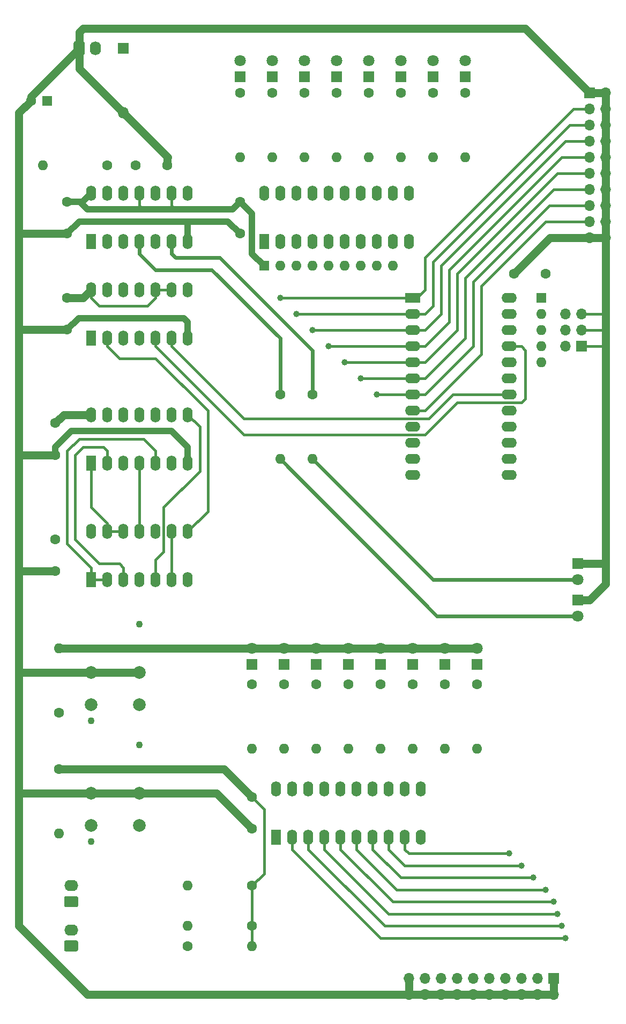
<source format=gbr>
G04 #@! TF.GenerationSoftware,KiCad,Pcbnew,(5.1.7)-1*
G04 #@! TF.CreationDate,2020-12-28T01:07:41+01:00*
G04 #@! TF.ProjectId,speichermodul,73706569-6368-4657-926d-6f64756c2e6b,rev?*
G04 #@! TF.SameCoordinates,Original*
G04 #@! TF.FileFunction,Copper,L2,Bot*
G04 #@! TF.FilePolarity,Positive*
%FSLAX46Y46*%
G04 Gerber Fmt 4.6, Leading zero omitted, Abs format (unit mm)*
G04 Created by KiCad (PCBNEW (5.1.7)-1) date 2020-12-28 01:07:41*
%MOMM*%
%LPD*%
G01*
G04 APERTURE LIST*
G04 #@! TA.AperFunction,ComponentPad*
%ADD10C,1.600000*%
G04 #@! TD*
G04 #@! TA.AperFunction,ComponentPad*
%ADD11R,1.600000X2.400000*%
G04 #@! TD*
G04 #@! TA.AperFunction,ComponentPad*
%ADD12O,1.600000X2.400000*%
G04 #@! TD*
G04 #@! TA.AperFunction,ComponentPad*
%ADD13O,1.800000X1.800000*%
G04 #@! TD*
G04 #@! TA.AperFunction,ComponentPad*
%ADD14R,1.800000X1.800000*%
G04 #@! TD*
G04 #@! TA.AperFunction,ComponentPad*
%ADD15R,1.600000X1.600000*%
G04 #@! TD*
G04 #@! TA.AperFunction,ComponentPad*
%ADD16O,1.600000X1.600000*%
G04 #@! TD*
G04 #@! TA.AperFunction,ComponentPad*
%ADD17O,1.700000X1.700000*%
G04 #@! TD*
G04 #@! TA.AperFunction,ComponentPad*
%ADD18R,1.700000X1.700000*%
G04 #@! TD*
G04 #@! TA.AperFunction,ComponentPad*
%ADD19R,2.400000X1.600000*%
G04 #@! TD*
G04 #@! TA.AperFunction,ComponentPad*
%ADD20O,2.400000X1.600000*%
G04 #@! TD*
G04 #@! TA.AperFunction,ComponentPad*
%ADD21C,1.800000*%
G04 #@! TD*
G04 #@! TA.AperFunction,ComponentPad*
%ADD22C,2.000000*%
G04 #@! TD*
G04 #@! TA.AperFunction,ComponentPad*
%ADD23C,1.100000*%
G04 #@! TD*
G04 #@! TA.AperFunction,ComponentPad*
%ADD24O,1.740000X2.190000*%
G04 #@! TD*
G04 #@! TA.AperFunction,ComponentPad*
%ADD25O,2.190000X1.740000*%
G04 #@! TD*
G04 #@! TA.AperFunction,ViaPad*
%ADD26C,1.000000*%
G04 #@! TD*
G04 #@! TA.AperFunction,Conductor*
%ADD27C,1.250000*%
G04 #@! TD*
G04 #@! TA.AperFunction,Conductor*
%ADD28C,0.400000*%
G04 #@! TD*
G04 #@! TA.AperFunction,Conductor*
%ADD29C,1.000000*%
G04 #@! TD*
G04 #@! TA.AperFunction,Conductor*
%ADD30C,0.600000*%
G04 #@! TD*
G04 APERTURE END LIST*
D10*
X61515000Y-52705000D03*
X56515000Y-52705000D03*
D11*
X78740000Y-158750000D03*
D12*
X101600000Y-151130000D03*
X81280000Y-158750000D03*
X99060000Y-151130000D03*
X83820000Y-158750000D03*
X96520000Y-151130000D03*
X86360000Y-158750000D03*
X93980000Y-151130000D03*
X88900000Y-158750000D03*
X91440000Y-151130000D03*
X91440000Y-158750000D03*
X88900000Y-151130000D03*
X93980000Y-158750000D03*
X86360000Y-151130000D03*
X96520000Y-158750000D03*
X83820000Y-151130000D03*
X99060000Y-158750000D03*
X81280000Y-151130000D03*
X101600000Y-158750000D03*
X78740000Y-151130000D03*
D13*
X54610000Y-44450000D03*
D14*
X54610000Y-34290000D03*
D10*
X40045000Y-42545000D03*
D15*
X42545000Y-42545000D03*
D16*
X120650000Y-83820000D03*
X120650000Y-81280000D03*
X120650000Y-78740000D03*
X120650000Y-76200000D03*
D15*
X120650000Y-73660000D03*
D17*
X124460000Y-76200000D03*
X127000000Y-76200000D03*
X124460000Y-78740000D03*
X127000000Y-78740000D03*
X124460000Y-81280000D03*
D18*
X127000000Y-81280000D03*
D17*
X99695000Y-183515000D03*
X99695000Y-180975000D03*
X102235000Y-183515000D03*
X102235000Y-180975000D03*
X104775000Y-183515000D03*
X104775000Y-180975000D03*
X107315000Y-183515000D03*
X107315000Y-180975000D03*
X109855000Y-183515000D03*
X109855000Y-180975000D03*
X112395000Y-183515000D03*
X112395000Y-180975000D03*
X114935000Y-183515000D03*
X114935000Y-180975000D03*
X117475000Y-183515000D03*
X117475000Y-180975000D03*
X120015000Y-183515000D03*
X120015000Y-180975000D03*
X122555000Y-183515000D03*
D18*
X122555000Y-180975000D03*
D17*
X130810000Y-64135000D03*
X128270000Y-64135000D03*
X130810000Y-61595000D03*
X128270000Y-61595000D03*
X130810000Y-59055000D03*
X128270000Y-59055000D03*
X130810000Y-56515000D03*
X128270000Y-56515000D03*
X130810000Y-53975000D03*
X128270000Y-53975000D03*
X130810000Y-51435000D03*
X128270000Y-51435000D03*
X130810000Y-48895000D03*
X128270000Y-48895000D03*
X130810000Y-46355000D03*
X128270000Y-46355000D03*
X130810000Y-43815000D03*
X128270000Y-43815000D03*
X130810000Y-41275000D03*
D18*
X128270000Y-41275000D03*
D19*
X100330000Y-73660000D03*
D20*
X115570000Y-101600000D03*
X100330000Y-76200000D03*
X115570000Y-99060000D03*
X100330000Y-78740000D03*
X115570000Y-96520000D03*
X100330000Y-81280000D03*
X115570000Y-93980000D03*
X100330000Y-83820000D03*
X115570000Y-91440000D03*
X100330000Y-86360000D03*
X115570000Y-88900000D03*
X100330000Y-88900000D03*
X115570000Y-86360000D03*
X100330000Y-91440000D03*
X115570000Y-83820000D03*
X100330000Y-93980000D03*
X115570000Y-81280000D03*
X100330000Y-96520000D03*
X115570000Y-78740000D03*
X100330000Y-99060000D03*
X115570000Y-76200000D03*
X100330000Y-101600000D03*
X115570000Y-73660000D03*
D12*
X76835000Y-57150000D03*
X99695000Y-64770000D03*
X79375000Y-57150000D03*
X97155000Y-64770000D03*
X81915000Y-57150000D03*
X94615000Y-64770000D03*
X84455000Y-57150000D03*
X92075000Y-64770000D03*
X86995000Y-57150000D03*
X89535000Y-64770000D03*
X89535000Y-57150000D03*
X86995000Y-64770000D03*
X92075000Y-57150000D03*
X84455000Y-64770000D03*
X94615000Y-57150000D03*
X81915000Y-64770000D03*
X97155000Y-57150000D03*
X79375000Y-64770000D03*
X99695000Y-57150000D03*
D11*
X76835000Y-64770000D03*
D10*
X74930000Y-152400000D03*
X74930000Y-157400000D03*
X116285000Y-69850000D03*
X121285000Y-69850000D03*
X45720000Y-63500000D03*
X45720000Y-58500000D03*
X73025000Y-63500000D03*
X73025000Y-58500000D03*
X43815000Y-98425000D03*
X43815000Y-93425000D03*
X43815000Y-116760000D03*
X43815000Y-111760000D03*
X45720000Y-78660000D03*
X45720000Y-73660000D03*
D21*
X73025000Y-36195000D03*
D14*
X73025000Y-38735000D03*
D21*
X78105000Y-36195000D03*
D14*
X78105000Y-38735000D03*
D21*
X83185000Y-36195000D03*
D14*
X83185000Y-38735000D03*
D21*
X88265000Y-36195000D03*
D14*
X88265000Y-38735000D03*
D21*
X93345000Y-36195000D03*
D14*
X93345000Y-38735000D03*
D21*
X98425000Y-36195000D03*
D14*
X98425000Y-38735000D03*
D21*
X103505000Y-36195000D03*
D14*
X103505000Y-38735000D03*
D21*
X108585000Y-36195000D03*
D14*
X108585000Y-38735000D03*
X74930000Y-131445000D03*
D21*
X74930000Y-128905000D03*
D14*
X80010000Y-131445000D03*
D21*
X80010000Y-128905000D03*
D14*
X85090000Y-131445000D03*
D21*
X85090000Y-128905000D03*
D14*
X90170000Y-131445000D03*
D21*
X90170000Y-128905000D03*
D14*
X95250000Y-131445000D03*
D21*
X95250000Y-128905000D03*
D14*
X100330000Y-131445000D03*
D21*
X100330000Y-128905000D03*
D14*
X105410000Y-131445000D03*
D21*
X105410000Y-128905000D03*
D14*
X110490000Y-131445000D03*
D21*
X110490000Y-128905000D03*
X126365000Y-118110000D03*
D14*
X126365000Y-115570000D03*
D21*
X126365000Y-123825000D03*
D14*
X126365000Y-121285000D03*
D16*
X74930000Y-175895000D03*
D10*
X64770000Y-175895000D03*
D16*
X64770000Y-172720000D03*
D10*
X74930000Y-172720000D03*
D16*
X108585000Y-51435000D03*
D10*
X108585000Y-41275000D03*
D16*
X103505000Y-51435000D03*
D10*
X103505000Y-41275000D03*
D16*
X98425000Y-51435000D03*
D10*
X98425000Y-41275000D03*
D16*
X93345000Y-51435000D03*
D10*
X93345000Y-41275000D03*
D16*
X88265000Y-51435000D03*
D10*
X88265000Y-41275000D03*
D16*
X83185000Y-51435000D03*
D10*
X83185000Y-41275000D03*
D16*
X78105000Y-51435000D03*
D10*
X78105000Y-41275000D03*
D16*
X73025000Y-51435000D03*
D10*
X73025000Y-41275000D03*
X110490000Y-134620000D03*
D16*
X110490000Y-144780000D03*
D10*
X105410000Y-134620000D03*
D16*
X105410000Y-144780000D03*
D10*
X100330000Y-134620000D03*
D16*
X100330000Y-144780000D03*
D10*
X95250000Y-134620000D03*
D16*
X95250000Y-144780000D03*
D10*
X90170000Y-134620000D03*
D16*
X90170000Y-144780000D03*
D10*
X85090000Y-134620000D03*
D16*
X85090000Y-144780000D03*
D10*
X80010000Y-134620000D03*
D16*
X80010000Y-144780000D03*
X84455000Y-99060000D03*
D10*
X84455000Y-88900000D03*
D16*
X79375000Y-99060000D03*
D10*
X79375000Y-88900000D03*
D16*
X41910000Y-52705000D03*
D10*
X52070000Y-52705000D03*
X74930000Y-134620000D03*
D16*
X74930000Y-144780000D03*
X64770000Y-166370000D03*
D10*
X74930000Y-166370000D03*
D16*
X44450000Y-128905000D03*
D10*
X44450000Y-139065000D03*
D16*
X44450000Y-158115000D03*
D10*
X44450000Y-147955000D03*
D12*
X49530000Y-57150000D03*
X64770000Y-64770000D03*
X52070000Y-57150000D03*
X62230000Y-64770000D03*
X54610000Y-57150000D03*
X59690000Y-64770000D03*
X57150000Y-57150000D03*
X57150000Y-64770000D03*
X59690000Y-57150000D03*
X54610000Y-64770000D03*
X62230000Y-57150000D03*
X52070000Y-64770000D03*
X64770000Y-57150000D03*
D11*
X49530000Y-64770000D03*
D12*
X49530000Y-72390000D03*
X64770000Y-80010000D03*
X52070000Y-72390000D03*
X62230000Y-80010000D03*
X54610000Y-72390000D03*
X59690000Y-80010000D03*
X57150000Y-72390000D03*
X57150000Y-80010000D03*
X59690000Y-72390000D03*
X54610000Y-80010000D03*
X62230000Y-72390000D03*
X52070000Y-80010000D03*
X64770000Y-72390000D03*
D11*
X49530000Y-80010000D03*
D12*
X49530000Y-92075000D03*
X64770000Y-99695000D03*
X52070000Y-92075000D03*
X62230000Y-99695000D03*
X54610000Y-92075000D03*
X59690000Y-99695000D03*
X57150000Y-92075000D03*
X57150000Y-99695000D03*
X59690000Y-92075000D03*
X54610000Y-99695000D03*
X62230000Y-92075000D03*
X52070000Y-99695000D03*
X64770000Y-92075000D03*
D11*
X49530000Y-99695000D03*
D12*
X49530000Y-110490000D03*
X64770000Y-118110000D03*
X52070000Y-110490000D03*
X62230000Y-118110000D03*
X54610000Y-110490000D03*
X59690000Y-118110000D03*
X57150000Y-110490000D03*
X57150000Y-118110000D03*
X59690000Y-110490000D03*
X54610000Y-118110000D03*
X62230000Y-110490000D03*
X52070000Y-118110000D03*
X64770000Y-110490000D03*
D11*
X49530000Y-118110000D03*
D22*
X57150000Y-151765000D03*
D23*
X49530000Y-159385000D03*
X57150000Y-144145000D03*
D22*
X57150000Y-156845000D03*
X49530000Y-151765000D03*
X49530000Y-156845000D03*
X49530000Y-137795000D03*
X49530000Y-132715000D03*
X57150000Y-137795000D03*
D23*
X57150000Y-125095000D03*
X49530000Y-140335000D03*
D22*
X57150000Y-132715000D03*
D24*
X50165000Y-34290000D03*
G04 #@! TA.AperFunction,ComponentPad*
G36*
G01*
X46755000Y-35135001D02*
X46755000Y-33444999D01*
G75*
G02*
X47004999Y-33195000I249999J0D01*
G01*
X48245001Y-33195000D01*
G75*
G02*
X48495000Y-33444999I0J-249999D01*
G01*
X48495000Y-35135001D01*
G75*
G02*
X48245001Y-35385000I-249999J0D01*
G01*
X47004999Y-35385000D01*
G75*
G02*
X46755000Y-35135001I0J249999D01*
G01*
G37*
G04 #@! TD.AperFunction*
D25*
X46355000Y-166370000D03*
G04 #@! TA.AperFunction,ComponentPad*
G36*
G01*
X47200001Y-169780000D02*
X45509999Y-169780000D01*
G75*
G02*
X45260000Y-169530001I0J249999D01*
G01*
X45260000Y-168289999D01*
G75*
G02*
X45509999Y-168040000I249999J0D01*
G01*
X47200001Y-168040000D01*
G75*
G02*
X47450000Y-168289999I0J-249999D01*
G01*
X47450000Y-169530001D01*
G75*
G02*
X47200001Y-169780000I-249999J0D01*
G01*
G37*
G04 #@! TD.AperFunction*
X46355000Y-173355000D03*
G04 #@! TA.AperFunction,ComponentPad*
G36*
G01*
X47200001Y-176765000D02*
X45509999Y-176765000D01*
G75*
G02*
X45260000Y-176515001I0J249999D01*
G01*
X45260000Y-175274999D01*
G75*
G02*
X45509999Y-175025000I249999J0D01*
G01*
X47200001Y-175025000D01*
G75*
G02*
X47450000Y-175274999I0J-249999D01*
G01*
X47450000Y-176515001D01*
G75*
G02*
X47200001Y-176765000I-249999J0D01*
G01*
G37*
G04 #@! TD.AperFunction*
D16*
X97155000Y-68580000D03*
X94615000Y-68580000D03*
X92075000Y-68580000D03*
X89535000Y-68580000D03*
X86995000Y-68580000D03*
X84455000Y-68580000D03*
X81915000Y-68580000D03*
X79375000Y-68580000D03*
D15*
X76835000Y-68580000D03*
D26*
X115570000Y-161290000D03*
X117475000Y-163195000D03*
X119380000Y-165100000D03*
X121285000Y-167005000D03*
X122555000Y-168910000D03*
X123190000Y-170815000D03*
X123825000Y-172720000D03*
X124460000Y-174625000D03*
X79375000Y-73660000D03*
X81915000Y-76200000D03*
X84455000Y-78740000D03*
X86995000Y-81280000D03*
X89535000Y-83820000D03*
X92075000Y-86360000D03*
X94615000Y-88900000D03*
D27*
X110490000Y-128905000D02*
X74930000Y-128905000D01*
D28*
X74930000Y-175895000D02*
X74930000Y-166370000D01*
X76835000Y-154305000D02*
X74930000Y-152400000D01*
D27*
X48260000Y-73660000D02*
X49530000Y-72390000D01*
X45720000Y-73660000D02*
X48260000Y-73660000D01*
D29*
X48180000Y-58500000D02*
X49530000Y-57150000D01*
X45720000Y-58500000D02*
X48180000Y-58500000D01*
X76835000Y-68580000D02*
X74930000Y-66675000D01*
X74930000Y-60405000D02*
X73025000Y-58500000D01*
X74930000Y-66675000D02*
X74930000Y-60405000D01*
X45720000Y-58500000D02*
X47705000Y-58500000D01*
X47705000Y-58500000D02*
X48895000Y-59690000D01*
X71835000Y-59690000D02*
X73025000Y-58500000D01*
D27*
X45165000Y-92075000D02*
X43815000Y-93425000D01*
X49530000Y-92075000D02*
X45165000Y-92075000D01*
D28*
X57150000Y-57150000D02*
X57150000Y-59055000D01*
X57150000Y-59055000D02*
X57785000Y-59690000D01*
D29*
X48895000Y-59690000D02*
X57785000Y-59690000D01*
D28*
X62230000Y-57150000D02*
X62230000Y-59055000D01*
X62230000Y-59055000D02*
X62865000Y-59690000D01*
D29*
X62865000Y-59690000D02*
X71835000Y-59690000D01*
X57785000Y-59690000D02*
X62865000Y-59690000D01*
D28*
X49530000Y-72390000D02*
X49530000Y-73660000D01*
X49530000Y-73660000D02*
X50800000Y-74930000D01*
X50800000Y-74930000D02*
X58420000Y-74930000D01*
X59690000Y-73660000D02*
X59690000Y-72390000D01*
X58420000Y-74930000D02*
X59690000Y-73660000D01*
X59690000Y-72390000D02*
X62230000Y-72390000D01*
D27*
X66675000Y-147955000D02*
X44450000Y-147955000D01*
X74930000Y-128905000D02*
X44450000Y-128905000D01*
X74930000Y-152400000D02*
X70485000Y-147955000D01*
X70485000Y-147955000D02*
X66675000Y-147955000D01*
D28*
X76835000Y-164465000D02*
X74930000Y-166370000D01*
X76835000Y-154305000D02*
X76835000Y-164465000D01*
X99060000Y-160655000D02*
X99060000Y-158750000D01*
X99695000Y-161290000D02*
X99060000Y-160655000D01*
X115570000Y-161290000D02*
X99695000Y-161290000D01*
X96520000Y-160655000D02*
X96520000Y-158750000D01*
X99060000Y-163195000D02*
X96520000Y-160655000D01*
X117475000Y-163195000D02*
X99060000Y-163195000D01*
X93980000Y-160655000D02*
X93980000Y-158750000D01*
X98425000Y-165100000D02*
X93980000Y-160655000D01*
X119380000Y-165100000D02*
X98425000Y-165100000D01*
X91440000Y-160655000D02*
X91440000Y-158750000D01*
X97790000Y-167005000D02*
X91440000Y-160655000D01*
X121285000Y-167005000D02*
X97790000Y-167005000D01*
X88900000Y-160655000D02*
X88900000Y-158750000D01*
X97155000Y-168910000D02*
X88900000Y-160655000D01*
X122555000Y-168910000D02*
X97155000Y-168910000D01*
X96520000Y-170815000D02*
X86360000Y-160655000D01*
X123190000Y-170815000D02*
X96520000Y-170815000D01*
X86360000Y-160655000D02*
X86360000Y-158750000D01*
X83820000Y-160655000D02*
X83820000Y-158750000D01*
X95885000Y-172720000D02*
X83820000Y-160655000D01*
X123825000Y-172720000D02*
X95885000Y-172720000D01*
X81280000Y-160655000D02*
X81280000Y-158750000D01*
X95250000Y-174625000D02*
X81280000Y-160655000D01*
X124460000Y-174625000D02*
X95250000Y-174625000D01*
D27*
X40045000Y-41870000D02*
X40045000Y-42545000D01*
X47625000Y-34290000D02*
X40045000Y-41870000D01*
X47625000Y-37465000D02*
X54610000Y-44450000D01*
X47625000Y-34290000D02*
X47625000Y-37465000D01*
X40045000Y-42545000D02*
X38100000Y-44490000D01*
X45720000Y-63500000D02*
X38100000Y-63500000D01*
X38100000Y-44490000D02*
X38100000Y-61595000D01*
X118110000Y-31115000D02*
X128270000Y-41275000D01*
X48260000Y-31115000D02*
X118110000Y-31115000D01*
X47625000Y-31750000D02*
X48260000Y-31115000D01*
X47625000Y-34290000D02*
X47625000Y-31750000D01*
X128270000Y-41275000D02*
X130810000Y-41275000D01*
X130810000Y-61534002D02*
X130810000Y-64135000D01*
X130810000Y-41275000D02*
X130810000Y-61534002D01*
X130810000Y-64135000D02*
X128270000Y-64135000D01*
X122000000Y-64135000D02*
X128270000Y-64135000D01*
X122555000Y-180975000D02*
X122555000Y-183515000D01*
X99695000Y-183515000D02*
X122555000Y-183515000D01*
X99695000Y-180975000D02*
X99695000Y-183515000D01*
X38100000Y-132715000D02*
X38100000Y-151765000D01*
X38100000Y-116840000D02*
X38100000Y-132715000D01*
X38100000Y-98425000D02*
X38100000Y-116840000D01*
X38180000Y-78660000D02*
X38100000Y-78740000D01*
X45720000Y-78660000D02*
X38180000Y-78660000D01*
X38100000Y-78740000D02*
X38100000Y-98425000D01*
X38100000Y-61595000D02*
X38100000Y-78740000D01*
D29*
X45720000Y-78660000D02*
X47545000Y-76835000D01*
X47545000Y-76835000D02*
X64135000Y-76835000D01*
X64770000Y-77470000D02*
X64770000Y-80010000D01*
X64135000Y-76835000D02*
X64770000Y-77470000D01*
X64770000Y-97155000D02*
X64770000Y-99695000D01*
X62230000Y-94615000D02*
X64770000Y-97155000D01*
X46355000Y-94615000D02*
X62230000Y-94615000D01*
D27*
X43815000Y-98425000D02*
X38100000Y-98425000D01*
D29*
X43815000Y-97155000D02*
X43815000Y-98425000D01*
X46355000Y-94615000D02*
X43815000Y-97155000D01*
D27*
X38180000Y-116760000D02*
X38100000Y-116840000D01*
X43815000Y-116760000D02*
X38180000Y-116760000D01*
D29*
X45720000Y-63500000D02*
X47625000Y-61595000D01*
X71120000Y-61595000D02*
X73025000Y-63500000D01*
X64770000Y-64770000D02*
X64770000Y-61595000D01*
X64770000Y-61595000D02*
X71120000Y-61595000D01*
X47625000Y-61595000D02*
X64770000Y-61595000D01*
D27*
X130810000Y-64135000D02*
X130810000Y-76200000D01*
X130810000Y-76200000D02*
X130810000Y-78740000D01*
X130810000Y-78740000D02*
X130810000Y-81280000D01*
X116285000Y-69850000D02*
X122000000Y-64135000D01*
D28*
X127000000Y-76200000D02*
X130810000Y-76200000D01*
X130810000Y-78740000D02*
X127000000Y-78740000D01*
X130810000Y-81280000D02*
X127000000Y-81280000D01*
D27*
X57150000Y-132715000D02*
X38100000Y-132715000D01*
X54610000Y-44450000D02*
X61595000Y-51435000D01*
X61515000Y-51515000D02*
X61515000Y-52705000D01*
X61595000Y-51435000D02*
X61515000Y-51515000D01*
X128270000Y-121285000D02*
X126365000Y-121285000D01*
X130810000Y-118745000D02*
X128270000Y-121285000D01*
X130810000Y-116205000D02*
X130810000Y-118745000D01*
X130810000Y-81280000D02*
X130810000Y-116205000D01*
X126365000Y-115570000D02*
X130810000Y-115570000D01*
X69295000Y-151765000D02*
X45720000Y-151765000D01*
X45720000Y-151765000D02*
X38100000Y-151765000D01*
X74930000Y-157400000D02*
X69295000Y-151765000D01*
X38100000Y-151765000D02*
X38100000Y-172720000D01*
X38100000Y-172720000D02*
X47625000Y-182245000D01*
X47625000Y-182245000D02*
X48895000Y-183515000D01*
X48895000Y-183515000D02*
X99695000Y-183515000D01*
D28*
X100330000Y-73660000D02*
X79375000Y-73660000D01*
X125730000Y-43815000D02*
X128270000Y-43815000D01*
X102235000Y-67310000D02*
X125730000Y-43815000D01*
X102235000Y-72390000D02*
X102235000Y-67310000D01*
X100965000Y-73660000D02*
X102235000Y-72390000D01*
X100330000Y-73660000D02*
X100965000Y-73660000D01*
X100330000Y-76200000D02*
X81915000Y-76200000D01*
X125095000Y-46355000D02*
X128270000Y-46355000D01*
X103505000Y-67945000D02*
X125095000Y-46355000D01*
X103505000Y-74930000D02*
X103505000Y-67945000D01*
X102235000Y-76200000D02*
X103505000Y-74930000D01*
X100330000Y-76200000D02*
X102235000Y-76200000D01*
X100330000Y-78740000D02*
X84455000Y-78740000D01*
X124460000Y-48895000D02*
X128270000Y-48895000D01*
X104775000Y-68580000D02*
X124460000Y-48895000D01*
X104775000Y-76200000D02*
X104775000Y-68580000D01*
X102235000Y-78740000D02*
X104775000Y-76200000D01*
X100330000Y-78740000D02*
X102235000Y-78740000D01*
X100330000Y-81280000D02*
X86995000Y-81280000D01*
X123825000Y-51435000D02*
X128270000Y-51435000D01*
X106045000Y-77470000D02*
X106045000Y-69215000D01*
X106045000Y-69215000D02*
X123825000Y-51435000D01*
X102235000Y-81280000D02*
X106045000Y-77470000D01*
X100330000Y-81280000D02*
X102235000Y-81280000D01*
X100330000Y-83820000D02*
X89535000Y-83820000D01*
X123190000Y-53975000D02*
X128270000Y-53975000D01*
X107315000Y-69850000D02*
X123190000Y-53975000D01*
X107315000Y-78740000D02*
X107315000Y-69850000D01*
X102235000Y-83820000D02*
X107315000Y-78740000D01*
X100330000Y-83820000D02*
X102235000Y-83820000D01*
X100330000Y-86360000D02*
X92075000Y-86360000D01*
X122555000Y-56515000D02*
X128270000Y-56515000D01*
X108585000Y-70485000D02*
X122555000Y-56515000D01*
X108585000Y-80010000D02*
X108585000Y-70485000D01*
X102235000Y-86360000D02*
X108585000Y-80010000D01*
X100330000Y-86360000D02*
X102235000Y-86360000D01*
X100330000Y-88900000D02*
X94615000Y-88900000D01*
X121920000Y-59055000D02*
X128270000Y-59055000D01*
X109855000Y-71120000D02*
X121920000Y-59055000D01*
X109855000Y-81280000D02*
X109855000Y-71120000D01*
X102235000Y-88900000D02*
X109855000Y-81280000D01*
X100330000Y-88900000D02*
X102235000Y-88900000D01*
X102235000Y-91440000D02*
X100330000Y-91440000D01*
X111125000Y-82550000D02*
X102235000Y-91440000D01*
X111125000Y-71755000D02*
X111125000Y-82550000D01*
X121285000Y-61595000D02*
X111125000Y-71755000D01*
X128270000Y-61595000D02*
X121285000Y-61595000D01*
X49530000Y-118110000D02*
X52070000Y-118110000D01*
X57785000Y-95885000D02*
X59690000Y-97790000D01*
X47625000Y-95885000D02*
X57785000Y-95885000D01*
X45720000Y-97790000D02*
X47625000Y-95885000D01*
X45720000Y-112395000D02*
X45720000Y-97790000D01*
X59690000Y-97790000D02*
X59690000Y-99695000D01*
X49530000Y-116205000D02*
X45720000Y-112395000D01*
X49530000Y-118110000D02*
X49530000Y-116205000D01*
X54610000Y-110490000D02*
X52070000Y-110490000D01*
X52070000Y-110490000D02*
X52070000Y-109220000D01*
X49530000Y-106680000D02*
X49530000Y-99695000D01*
X52070000Y-109220000D02*
X49530000Y-106680000D01*
X57150000Y-110490000D02*
X57150000Y-99695000D01*
X54610000Y-118110000D02*
X54610000Y-116205000D01*
X53975000Y-115570000D02*
X50800000Y-115570000D01*
X54610000Y-116205000D02*
X53975000Y-115570000D01*
X50800000Y-115570000D02*
X46990000Y-111760000D01*
X46990000Y-111760000D02*
X46990000Y-98425000D01*
X46990000Y-98425000D02*
X48260000Y-97155000D01*
X48260000Y-97155000D02*
X51435000Y-97155000D01*
X51435000Y-97155000D02*
X52070000Y-97790000D01*
X52070000Y-97790000D02*
X52070000Y-99695000D01*
X66675000Y-93980000D02*
X64770000Y-92075000D01*
X66675000Y-100965000D02*
X66675000Y-93980000D01*
X60960000Y-106680000D02*
X66675000Y-100965000D01*
X60960000Y-113665000D02*
X60960000Y-106680000D01*
X59690000Y-114935000D02*
X60960000Y-113665000D01*
X59690000Y-118110000D02*
X59690000Y-114935000D01*
X67945000Y-107315000D02*
X64770000Y-110490000D01*
X59690000Y-83185000D02*
X67945000Y-91440000D01*
X53975000Y-83185000D02*
X59690000Y-83185000D01*
X52070000Y-81280000D02*
X53975000Y-83185000D01*
X67945000Y-91440000D02*
X67945000Y-107315000D01*
X52070000Y-80010000D02*
X52070000Y-81280000D01*
X107315000Y-90170000D02*
X102235000Y-95250000D01*
X117475000Y-90170000D02*
X107315000Y-90170000D01*
X118110000Y-89535000D02*
X117475000Y-90170000D01*
X118110000Y-81915000D02*
X118110000Y-89535000D01*
X117475000Y-81280000D02*
X118110000Y-81915000D01*
X115570000Y-81280000D02*
X117475000Y-81280000D01*
X59690000Y-81280000D02*
X59690000Y-80010000D01*
X73660000Y-95250000D02*
X59690000Y-81280000D01*
X102235000Y-95250000D02*
X73660000Y-95250000D01*
X62230000Y-118110000D02*
X62230000Y-110490000D01*
X106680000Y-88900000D02*
X102870000Y-92710000D01*
X115570000Y-88900000D02*
X106680000Y-88900000D01*
X62230000Y-81280000D02*
X62230000Y-80010000D01*
X73660000Y-92710000D02*
X62230000Y-81280000D01*
X102870000Y-92710000D02*
X73660000Y-92710000D01*
D30*
X84455000Y-81915000D02*
X84455000Y-88900000D01*
X69850000Y-67310000D02*
X84455000Y-81915000D01*
X62865000Y-67310000D02*
X69850000Y-67310000D01*
X62230000Y-66675000D02*
X62865000Y-67310000D01*
X62230000Y-64770000D02*
X62230000Y-66675000D01*
X79375000Y-80010000D02*
X79375000Y-88900000D01*
X57150000Y-64770000D02*
X57150000Y-66675000D01*
X57150000Y-66675000D02*
X59690000Y-69215000D01*
X59690000Y-69215000D02*
X68580000Y-69215000D01*
X68580000Y-69215000D02*
X79375000Y-80010000D01*
X79375000Y-99060000D02*
X104140000Y-123825000D01*
X104140000Y-123825000D02*
X126365000Y-123825000D01*
X84455000Y-99060000D02*
X102235000Y-116840000D01*
X103505000Y-118110000D02*
X102235000Y-116840000D01*
X126365000Y-118110000D02*
X103505000Y-118110000D01*
M02*

</source>
